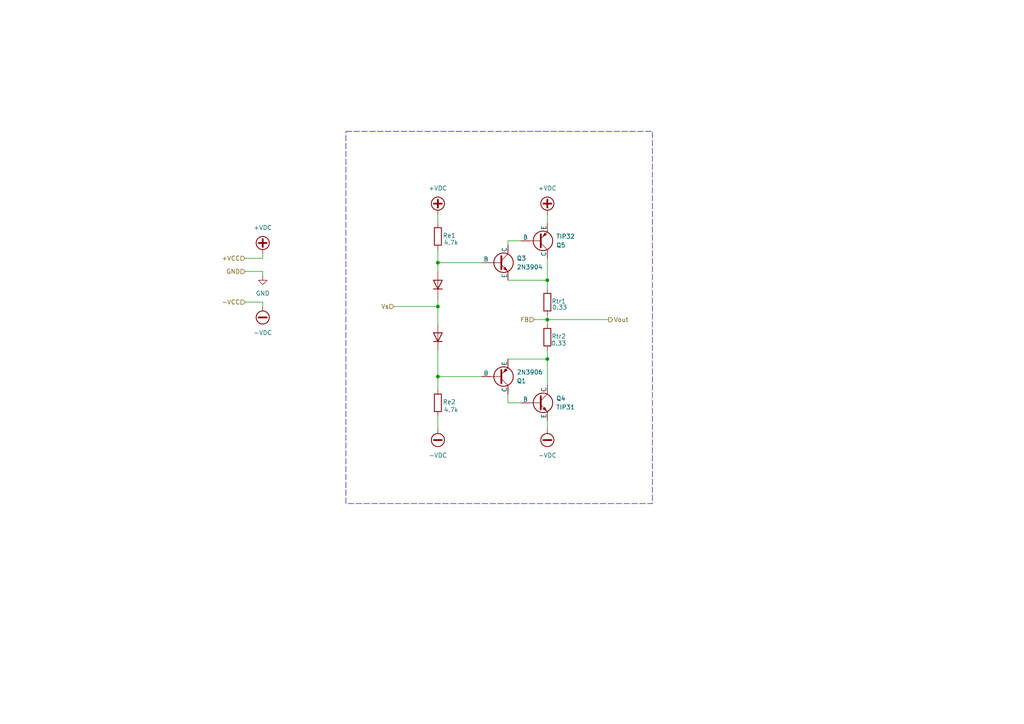
<source format=kicad_sch>
(kicad_sch (version 20231120) (generator "eeschema") (generator_version "8.0")
  (paper "A4")
  (lib_symbols
    (symbol "Device:D" (pin_numbers hide) (pin_names (offset 1.016) hide)
      (property "Reference" "D" (at 0 2.54 0))
      (property "Value" "D" (at 0 -2.54 0))
      (symbol "D_0_1"
        (polyline (pts (xy -1.27 1.27) (xy -1.27 -1.27)) (stroke (width 0.254)))
        (polyline (pts (xy 1.27 0) (xy -1.27 0)))
        (polyline (pts (xy 1.27 1.27) (xy 1.27 -1.27) (xy -1.27 0) (xy 1.27 1.27)) (stroke (width 0.254)))
      )
      (symbol "D_1_1"
        (pin passive line (at -3.81 0 0) (length 2.54) (name "K") (number "1"))
        (pin passive line (at 3.81 0 180) (length 2.54) (name "A") (number "2"))
      )
    )
    (symbol "Device:R" (pin_numbers hide) (pin_names (offset 0))
      (property "Reference" "R" (at 2.032 0 90))
      (property "Value" "R" (at 0 0 90))
      (symbol "R_0_1"
        (rectangle (start -1.016 -2.54) (end 1.016 2.54) (stroke (width 0.254)))
      )
      (symbol "R_1_1"
        (pin passive line (at 0 3.81 270) (length 1.27) (name "~") (number "1"))
        (pin passive line (at 0 -3.81 90) (length 1.27) (name "~") (number "2"))
      )
    )
    (symbol "Simulation_SPICE:NPN" (pin_numbers hide) (pin_names (offset 0))
      (property "Reference" "Q" (at -2.54 7.62 0))
      (property "Value" "NPN" (at -2.54 5.08 0))
      (symbol "NPN_0_1"
        (polyline (pts (xy -2.54 0) (xy 0.635 0)) (stroke (width 0.1524)))
        (polyline (pts (xy 0.635 0.635) (xy 2.54 2.54)))
        (polyline (pts (xy 2.794 -1.27) (xy 2.794 -1.27)) (stroke (width 0.1524)))
        (polyline (pts (xy 2.794 -1.27) (xy 2.794 -1.27)) (stroke (width 0.1524)))
        (polyline (pts (xy 0.635 -0.635) (xy 2.54 -2.54) (xy 2.54 -2.54)))
        (polyline (pts (xy 0.635 1.905) (xy 0.635 -1.905) (xy 0.635 -1.905)) (stroke (width 0.508)))
        (polyline (pts (xy 1.27 -1.778) (xy 1.778 -1.27) (xy 2.286 -2.286) (xy 1.27 -1.778) (xy 1.27 -1.778)) (fill (type outline)))
        (circle (center 1.27 0) (radius 2.8194) (stroke (width 0.254)))
      )
      (symbol "NPN_1_1"
        (pin open_collector line (at 2.54 5.08 270) (length 2.54) (name "C") (number "1"))
        (pin input line (at -5.08 0 0) (length 2.54) (name "B") (number "2"))
        (pin open_emitter line (at 2.54 -5.08 90) (length 2.54) (name "E") (number "3"))
      )
    )
    (symbol "Simulation_SPICE:PNP" (pin_numbers hide) (pin_names (offset 0))
      (property "Reference" "Q" (at -2.54 7.62 0))
      (property "Value" "PNP" (at -2.54 5.08 0))
      (symbol "PNP_0_1"
        (polyline (pts (xy -2.54 0) (xy 0.635 0)) (stroke (width 0.1524)))
        (polyline (pts (xy 0.635 0.635) (xy 2.54 2.54)))
        (polyline (pts (xy 0.635 -0.635) (xy 2.54 -2.54) (xy 2.54 -2.54)))
        (polyline (pts (xy 0.635 1.905) (xy 0.635 -1.905) (xy 0.635 -1.905)) (stroke (width 0.508)))
        (polyline (pts (xy 2.286 -1.778) (xy 1.778 -2.286) (xy 1.27 -1.27) (xy 2.286 -1.778) (xy 2.286 -1.778)) (fill (type outline)))
        (circle (center 1.27 0) (radius 2.8194) (stroke (width 0.254)))
      )
      (symbol "PNP_1_1"
        (pin open_collector line (at 2.54 5.08 270) (length 2.54) (name "C") (number "1"))
        (pin input line (at -5.08 0 0) (length 2.54) (name "B") (number "2"))
        (pin open_emitter line (at 2.54 -5.08 90) (length 2.54) (name "E") (number "3"))
      )
    )
    (symbol "power:+VDC" (power) (pin_numbers hide) (pin_names (offset 0) hide)
      (property "Value" "+VDC" (at 0 6.35 0))
      (symbol "+VDC_0_1"
        (polyline (pts (xy -1.143 3.175) (xy 1.143 3.175)) (stroke (width 0.508)))
        (polyline (pts (xy 0 0) (xy 0 1.27)))
        (polyline (pts (xy 0 2.032) (xy 0 4.318)) (stroke (width 0.508)))
        (circle (center 0 3.175) (radius 1.905) (stroke (width 0.254)))
      )
      (symbol "+VDC_1_1"
        (pin power_in line (at 0 0 90) (length 0) (name "~") (number "1"))
      )
    )
    (symbol "power:-VDC" (power) (pin_numbers hide) (pin_names (offset 0) hide)
      (property "Value" "-VDC" (at 0 6.35 0))
      (symbol "-VDC_0_1"
        (polyline (pts (xy -1.143 3.175) (xy 1.143 3.175)) (stroke (width 0.508)))
        (polyline (pts (xy 0 0) (xy 0 1.27)))
        (circle (center 0 3.175) (radius 1.905) (stroke (width 0.254)))
      )
      (symbol "-VDC_1_1"
        (pin power_in line (at 0 0 90) (length 0) (name "~") (number "1"))
      )
    )
    (symbol "power:GND" (power) (pin_numbers hide) (pin_names (offset 0) hide)
      (property "Value" "GND" (at 0 -3.81 0))
      (symbol "GND_0_1"
        (polyline (pts (xy 0 0) (xy 0 -1.27) (xy 1.27 -1.27) (xy 0 -2.54) (xy -1.27 -1.27) (xy 0 -1.27)))
      )
      (symbol "GND_1_1"
        (pin power_in line (at 0 0 270) (length 0) (name "~") (number "1"))
      )
    )
  )
  (junction (at 127 76.2))
  (junction (at 158.75 104.14))
  (junction (at 158.75 92.71))
  (junction (at 158.75 81.28))
  (junction (at 127 88.9))
  (junction (at 127 109.22))
  (wire (pts (xy 114.3 88.9) (xy 127 88.9)))
  (wire (pts (xy 71.12 78.74) (xy 76.2 78.74)))
  (wire (pts (xy 76.2 87.63) (xy 76.2 88.9)))
  (wire (pts (xy 158.75 104.14) (xy 158.75 101.6)))
  (wire (pts (xy 127 120.65) (xy 127 124.46)))
  (wire (pts (xy 127 109.22) (xy 127 113.03)))
  (wire (pts (xy 76.2 78.74) (xy 76.2 80.01)))
  (wire (pts (xy 127 76.2) (xy 139.7 76.2)))
  (wire (pts (xy 127 101.6) (xy 127 109.22)))
  (wire (pts (xy 158.75 81.28) (xy 158.75 83.82)))
  (wire (pts (xy 147.32 114.3) (xy 147.32 116.84)))
  (wire (pts (xy 158.75 62.23) (xy 158.75 64.77)))
  (wire (pts (xy 147.32 116.84) (xy 151.13 116.84)))
  (wire (pts (xy 147.32 69.85) (xy 151.13 69.85)))
  (wire (pts (xy 158.75 121.92) (xy 158.75 124.46)))
  (wire (pts (xy 158.75 104.14) (xy 158.75 111.76)))
  (wire (pts (xy 158.75 74.93) (xy 158.75 81.28)))
  (wire (pts (xy 127 62.23) (xy 127 64.77)))
  (wire (pts (xy 158.75 92.71) (xy 158.75 93.98)))
  (wire (pts (xy 147.32 104.14) (xy 158.75 104.14)))
  (wire (pts (xy 127 76.2) (xy 127 78.74)))
  (wire (pts (xy 158.75 92.71) (xy 176.53 92.71)))
  (wire (pts (xy 154.94 92.71) (xy 158.75 92.71)))
  (wire (pts (xy 147.32 69.85) (xy 147.32 71.12)))
  (wire (pts (xy 127 109.22) (xy 139.7 109.22)))
  (wire (pts (xy 127 86.36) (xy 127 88.9)))
  (wire (pts (xy 158.75 91.44) (xy 158.75 92.71)))
  (wire (pts (xy 71.12 74.93) (xy 76.2 74.93)))
  (wire (pts (xy 147.32 81.28) (xy 158.75 81.28)))
  (wire (pts (xy 127 72.39) (xy 127 76.2)))
  (wire (pts (xy 76.2 74.93) (xy 76.2 73.66)))
  (wire (pts (xy 127 93.98) (xy 127 88.9)))
  (wire (pts (xy 71.12 87.63) (xy 76.2 87.63)))
  (rectangle (start 100.33 38.1) (end 189.23 146.05) (stroke (width 0) (type dash)))
  (hierarchical_label "FB" (shape input) (at 154.94 92.71 180))
  (hierarchical_label "Vout" (shape output) (at 176.53 92.71 0))
  (hierarchical_label "-VCC" (shape input) (at 71.12 87.63 180))
  (hierarchical_label "+VCC" (shape input) (at 71.12 74.93 180))
  (hierarchical_label "GND" (shape input) (at 71.12 78.74 180))
  (hierarchical_label "Vs" (shape input) (at 114.3 88.9 180))
  (symbol (lib_id "Device:R") (at 127 68.58 180) (unit 1)
    (property "Reference" "Re1" (at 130.302 68.326 0))
    (property "Value" "4.7k" (at 130.81 70.358 0))
    (property "Description" "Resistor" (effects (hide yes)))
  )
  (symbol (lib_id "Device:D") (at 127 82.55 90) (unit 1)
    (property "Reference" "D3" (effects (hide yes)))
    (property "Value" "D" (effects (hide yes)))
    (property "Description" "Diode" (effects (hide yes)))
    (property "Sim.Device" "D" (effects (hide yes)))
    (property "Sim.Pins" "1=K 2=A" (effects (hide yes)))
  )
  (symbol (lib_id "Device:D") (at 127 97.79 90) (unit 1)
    (property "Reference" "D4" (effects (hide yes)))
    (property "Value" "D" (effects (hide yes)))
    (property "Description" "Diode" (effects (hide yes)))
    (property "Sim.Device" "D" (effects (hide yes)))
    (property "Sim.Pins" "1=K 2=A" (effects (hide yes)))
  )
  (symbol (lib_id "Simulation_SPICE:PNP") (at 156.21 69.85 0) (mirror x) (unit 1)
    (property "Reference" "Q5" (at 161.29 71.1201 0) (effects (justify left)))
    (property "Value" "TIP32" (at 161.29 68.5801 0) (effects (justify left)))
    (property "Datasheet" "https://ngspice.sourceforge.io/docs/ngspice-html-manual/manual.xhtml#cha_BJTs" (effects (hide yes)))
    (property "Description" "Bipolar transistor symbol for simulation only, substrate tied to the emitter" (effects (hide yes)))
    (property "Sim.Device" "PNP" (effects (hide yes)))
    (property "Sim.Type" "GUMMELPOON" (effects (hide yes)))
    (property "Sim.Pins" "1=C 2=B 3=E" (effects (hide yes)))
  )
  (symbol (lib_id "power:-VDC") (at 127 124.46 0) (mirror x) (unit 1)
    (property "Reference" "#PWR06" (effects (hide yes)))
    (property "Value" "-VDC" (at 127 132.08 0))
    (property "Description" "Power symbol creates a global label with name \"-VDC\"" (effects (hide yes)))
  )
  (symbol (lib_id "power:+VDC") (at 76.2 73.66 0) (unit 1)
    (property "Reference" "#PWR010" (effects (hide yes)))
    (property "Value" "+VDC" (at 76.2 66.04 0))
    (property "Description" "Power symbol creates a global label with name \"+VDC\"" (effects (hide yes)))
  )
  (symbol (lib_id "Device:R") (at 158.75 87.63 180) (unit 1)
    (property "Reference" "Rtr1" (at 162.052 87.376 0))
    (property "Value" "0.33" (at 162.306 89.154 0))
    (property "Description" "Resistor" (effects (hide yes)))
  )
  (symbol (lib_id "power:-VDC") (at 76.2 88.9 0) (mirror x) (unit 1)
    (property "Reference" "#PWR012" (effects (hide yes)))
    (property "Value" "-VDC" (at 76.2 96.52 0))
    (property "Description" "Power symbol creates a global label with name \"-VDC\"" (effects (hide yes)))
  )
  (symbol (lib_id "power:+VDC") (at 158.75 62.23 0) (unit 1)
    (property "Reference" "#PWR07" (effects (hide yes)))
    (property "Value" "+VDC" (at 158.75 54.61 0))
    (property "Description" "Power symbol creates a global label with name \"+VDC\"" (effects (hide yes)))
  )
  (symbol (lib_id "Simulation_SPICE:NPN") (at 156.21 116.84 0) (unit 1)
    (property "Reference" "Q4" (at 161.29 115.5699 0) (effects (justify left)))
    (property "Value" "TIP31" (at 161.29 118.1099 0) (effects (justify left)))
    (property "Datasheet" "https://ngspice.sourceforge.io/docs/ngspice-html-manual/manual.xhtml#cha_BJTs" (effects (hide yes)))
    (property "Description" "Bipolar transistor symbol for simulation only, substrate tied to the emitter" (effects (hide yes)))
    (property "Sim.Device" "NPN" (effects (hide yes)))
    (property "Sim.Type" "GUMMELPOON" (effects (hide yes)))
    (property "Sim.Pins" "1=C 2=B 3=E" (effects (hide yes)))
  )
  (symbol (lib_id "Simulation_SPICE:PNP") (at 144.78 109.22 0) (mirror x) (unit 1)
    (property "Reference" "Q1" (at 149.86 110.4901 0) (effects (justify left)))
    (property "Value" "2N3906" (at 149.86 107.9501 0) (effects (justify left)))
    (property "Datasheet" "https://ngspice.sourceforge.io/docs/ngspice-html-manual/manual.xhtml#cha_BJTs" (effects (hide yes)))
    (property "Description" "Bipolar transistor symbol for simulation only, substrate tied to the emitter" (effects (hide yes)))
    (property "Sim.Device" "PNP" (effects (hide yes)))
    (property "Sim.Type" "GUMMELPOON" (effects (hide yes)))
    (property "Sim.Pins" "1=C 2=B 3=E" (effects (hide yes)))
  )
  (symbol (lib_id "Device:R") (at 158.75 97.79 180) (unit 1)
    (property "Reference" "Rtr2" (at 162.052 97.536 0))
    (property "Value" "0.33" (at 162.052 99.568 0))
    (property "Description" "Resistor" (effects (hide yes)))
  )
  (symbol (lib_id "power:-VDC") (at 158.75 124.46 0) (mirror x) (unit 1)
    (property "Reference" "#PWR08" (effects (hide yes)))
    (property "Value" "-VDC" (at 158.75 132.08 0))
    (property "Description" "Power symbol creates a global label with name \"-VDC\"" (effects (hide yes)))
  )
  (symbol (lib_id "power:GND") (at 76.2 80.01 0) (mirror y) (unit 1)
    (property "Reference" "#PWR011" (effects (hide yes)))
    (property "Value" "GND" (at 76.2 85.09 0))
    (property "Description" "Power symbol creates a global label with name \"GND\" , ground" (effects (hide yes)))
  )
  (symbol (lib_id "Device:R") (at 127 116.84 180) (unit 1)
    (property "Reference" "Re2" (at 130.302 116.586 0))
    (property "Value" "4.7k" (at 130.81 118.872 0))
    (property "Description" "Resistor" (effects (hide yes)))
  )
  (symbol (lib_id "power:+VDC") (at 127 62.23 0) (unit 1)
    (property "Reference" "#PWR05" (effects (hide yes)))
    (property "Value" "+VDC" (at 127 54.61 0))
    (property "Description" "Power symbol creates a global label with name \"+VDC\"" (effects (hide yes)))
  )
  (symbol (lib_id "Simulation_SPICE:NPN") (at 144.78 76.2 0) (unit 1)
    (property "Reference" "Q3" (at 149.86 74.9299 0) (effects (justify left)))
    (property "Value" "2N3904" (at 149.86 77.4699 0) (effects (justify left)))
    (property "Datasheet" "https://ngspice.sourceforge.io/docs/ngspice-html-manual/manual.xhtml#cha_BJTs" (effects (hide yes)))
    (property "Description" "Bipolar transistor symbol for simulation only, substrate tied to the emitter" (effects (hide yes)))
    (property "Sim.Device" "NPN" (effects (hide yes)))
    (property "Sim.Type" "GUMMELPOON" (effects (hide yes)))
    (property "Sim.Pins" "1=C 2=B 3=E" (effects (hide yes)))
  )
)
</source>
